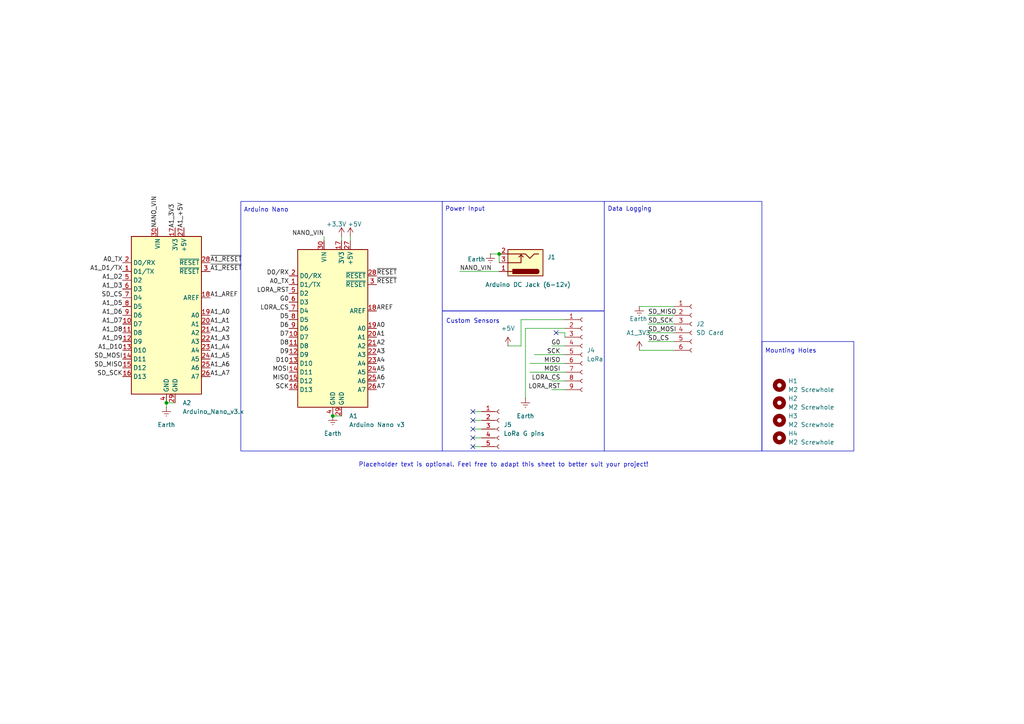
<source format=kicad_sch>
(kicad_sch (version 20250114) (generator "eeschema") (generator_version "9.0")
  (paper "A4")
  (title_block (title "LoRa thingy") (company "StratoScience Lab") (comment 1 "by Logan Caramanna"))
  (lib_symbols
    (symbol "Connector:Barrel_Jack_Switch" (pin_names (hide yes))
      (property "Reference" "J" (at 0 5.334 0))
      (property "Value" "Barrel_Jack_Switch" (at 0 -5.08 0))
      (symbol "Barrel_Jack_Switch_0_1"
        (rectangle (start -5.08 3.81) (end 5.08 -3.81) (stroke (width 0.254)) (fill (type background)))
        (polyline (pts (xy -3.81 -2.54) (xy -2.54 -2.54) (xy -1.27 -1.27) (xy 0 -2.54) (xy 2.54 -2.54) (xy 5.08 -2.54)) (stroke (width 0.254)))
        (arc (start -3.302 1.905) (mid -3.9343 2.54) (end -3.302 3.175) (stroke (width 0.254)))
        (arc (start -3.302 1.905) (mid -3.9343 2.54) (end -3.302 3.175) (stroke (width 0.254)) (fill (type outline)))
        (polyline (pts (xy 1.27 -2.286) (xy 1.905 -1.651)) (stroke (width 0.254)))
        (rectangle (start 3.683 3.175) (end -3.302 1.905) (stroke (width 0.254)) (fill (type outline)))
        (polyline (pts (xy 5.08 2.54) (xy 3.81 2.54)) (stroke (width 0.254)))
        (polyline (pts (xy 5.08 0) (xy 1.27 0) (xy 1.27 -2.286) (xy 0.635 -1.651)) (stroke (width 0.254)))
      )
      (symbol "Barrel_Jack_Switch_1_1"
        (pin passive line (at 7.62 2.54 180) (length 2.54) (name "~") (number "1"))
        (pin passive line (at 7.62 0 180) (length 2.54) (name "~") (number "3"))
        (pin passive line (at 7.62 -2.54 180) (length 2.54) (name "~") (number "2"))
      )
    )
    (symbol "Connector:Conn_01x05_Socket" (pin_names (offset 1.016) (hide yes))
      (property "Reference" "J" (at 0 7.62 0))
      (property "Value" "Conn_01x05_Socket" (at 0 -7.62 0))
      (symbol "Conn_01x05_Socket_1_1"
        (polyline (pts (xy -1.27 5.08) (xy -0.508 5.08)) (stroke (width 0.1524)))
        (polyline (pts (xy -1.27 2.54) (xy -0.508 2.54)) (stroke (width 0.1524)))
        (polyline (pts (xy -1.27 0) (xy -0.508 0)) (stroke (width 0.1524)))
        (polyline (pts (xy -1.27 -2.54) (xy -0.508 -2.54)) (stroke (width 0.1524)))
        (polyline (pts (xy -1.27 -5.08) (xy -0.508 -5.08)) (stroke (width 0.1524)))
        (arc (start 0 4.572) (mid -0.5058 5.08) (end 0 5.588) (stroke (width 0.1524)))
        (arc (start 0 2.032) (mid -0.5058 2.54) (end 0 3.048) (stroke (width 0.1524)))
        (arc (start 0 -0.508) (mid -0.5058 0) (end 0 0.508) (stroke (width 0.1524)))
        (arc (start 0 -3.048) (mid -0.5058 -2.54) (end 0 -2.032) (stroke (width 0.1524)))
        (arc (start 0 -5.588) (mid -0.5058 -5.08) (end 0 -4.572) (stroke (width 0.1524)))
        (pin passive line (at -5.08 5.08 0) (length 3.81) (name "Pin_1") (number "1"))
        (pin passive line (at -5.08 2.54 0) (length 3.81) (name "Pin_2") (number "2"))
        (pin passive line (at -5.08 0 0) (length 3.81) (name "Pin_3") (number "3"))
        (pin passive line (at -5.08 -2.54 0) (length 3.81) (name "Pin_4") (number "4"))
        (pin passive line (at -5.08 -5.08 0) (length 3.81) (name "Pin_5") (number "5"))
      )
    )
    (symbol "Connector:Conn_01x06_Socket" (pin_names (offset 1.016) (hide yes))
      (property "Reference" "J" (at 0 7.62 0))
      (property "Value" "Conn_01x06_Socket" (at 0 -10.16 0))
      (symbol "Conn_01x06_Socket_1_1"
        (polyline (pts (xy -1.27 5.08) (xy -0.508 5.08)) (stroke (width 0.1524)))
        (polyline (pts (xy -1.27 2.54) (xy -0.508 2.54)) (stroke (width 0.1524)))
        (polyline (pts (xy -1.27 0) (xy -0.508 0)) (stroke (width 0.1524)))
        (polyline (pts (xy -1.27 -2.54) (xy -0.508 -2.54)) (stroke (width 0.1524)))
        (polyline (pts (xy -1.27 -5.08) (xy -0.508 -5.08)) (stroke (width 0.1524)))
        (polyline (pts (xy -1.27 -7.62) (xy -0.508 -7.62)) (stroke (width 0.1524)))
        (arc (start 0 4.572) (mid -0.5058 5.08) (end 0 5.588) (stroke (width 0.1524)))
        (arc (start 0 2.032) (mid -0.5058 2.54) (end 0 3.048) (stroke (width 0.1524)))
        (arc (start 0 -0.508) (mid -0.5058 0) (end 0 0.508) (stroke (width 0.1524)))
        (arc (start 0 -3.048) (mid -0.5058 -2.54) (end 0 -2.032) (stroke (width 0.1524)))
        (arc (start 0 -5.588) (mid -0.5058 -5.08) (end 0 -4.572) (stroke (width 0.1524)))
        (arc (start 0 -8.128) (mid -0.5058 -7.62) (end 0 -7.112) (stroke (width 0.1524)))
        (pin passive line (at -5.08 5.08 0) (length 3.81) (name "Pin_1") (number "1"))
        (pin passive line (at -5.08 2.54 0) (length 3.81) (name "Pin_2") (number "2"))
        (pin passive line (at -5.08 0 0) (length 3.81) (name "Pin_3") (number "3"))
        (pin passive line (at -5.08 -2.54 0) (length 3.81) (name "Pin_4") (number "4"))
        (pin passive line (at -5.08 -5.08 0) (length 3.81) (name "Pin_5") (number "5"))
        (pin passive line (at -5.08 -7.62 0) (length 3.81) (name "Pin_6") (number "6"))
      )
    )
    (symbol "Connector:Conn_01x09_Socket" (pin_names (offset 1.016) (hide yes))
      (property "Reference" "J" (at 0 12.7 0))
      (property "Value" "Conn_01x09_Socket" (at 0 -12.7 0))
      (symbol "Conn_01x09_Socket_1_1"
        (polyline (pts (xy -1.27 10.16) (xy -0.508 10.16)) (stroke (width 0.1524)))
        (polyline (pts (xy -1.27 7.62) (xy -0.508 7.62)) (stroke (width 0.1524)))
        (polyline (pts (xy -1.27 5.08) (xy -0.508 5.08)) (stroke (width 0.1524)))
        (polyline (pts (xy -1.27 2.54) (xy -0.508 2.54)) (stroke (width 0.1524)))
        (polyline (pts (xy -1.27 0) (xy -0.508 0)) (stroke (width 0.1524)))
        (polyline (pts (xy -1.27 -2.54) (xy -0.508 -2.54)) (stroke (width 0.1524)))
        (polyline (pts (xy -1.27 -5.08) (xy -0.508 -5.08)) (stroke (width 0.1524)))
        (polyline (pts (xy -1.27 -7.62) (xy -0.508 -7.62)) (stroke (width 0.1524)))
        (polyline (pts (xy -1.27 -10.16) (xy -0.508 -10.16)) (stroke (width 0.1524)))
        (arc (start 0 9.652) (mid -0.5058 10.16) (end 0 10.668) (stroke (width 0.1524)))
        (arc (start 0 7.112) (mid -0.5058 7.62) (end 0 8.128) (stroke (width 0.1524)))
        (arc (start 0 4.572) (mid -0.5058 5.08) (end 0 5.588) (stroke (width 0.1524)))
        (arc (start 0 2.032) (mid -0.5058 2.54) (end 0 3.048) (stroke (width 0.1524)))
        (arc (start 0 -0.508) (mid -0.5058 0) (end 0 0.508) (stroke (width 0.1524)))
        (arc (start 0 -3.048) (mid -0.5058 -2.54) (end 0 -2.032) (stroke (width 0.1524)))
        (arc (start 0 -5.588) (mid -0.5058 -5.08) (end 0 -4.572) (stroke (width 0.1524)))
        (arc (start 0 -8.128) (mid -0.5058 -7.62) (end 0 -7.112) (stroke (width 0.1524)))
        (arc (start 0 -10.668) (mid -0.5058 -10.16) (end 0 -9.652) (stroke (width 0.1524)))
        (pin passive line (at -5.08 10.16 0) (length 3.81) (name "Pin_1") (number "1"))
        (pin passive line (at -5.08 7.62 0) (length 3.81) (name "Pin_2") (number "2"))
        (pin passive line (at -5.08 5.08 0) (length 3.81) (name "Pin_3") (number "3"))
        (pin passive line (at -5.08 2.54 0) (length 3.81) (name "Pin_4") (number "4"))
        (pin passive line (at -5.08 0 0) (length 3.81) (name "Pin_5") (number "5"))
        (pin passive line (at -5.08 -2.54 0) (length 3.81) (name "Pin_6") (number "6"))
        (pin passive line (at -5.08 -5.08 0) (length 3.81) (name "Pin_7") (number "7"))
        (pin passive line (at -5.08 -7.62 0) (length 3.81) (name "Pin_8") (number "8"))
        (pin passive line (at -5.08 -10.16 0) (length 3.81) (name "Pin_9") (number "9"))
      )
    )
    (symbol "MCU_Module:Arduino_Nano_v3.x"
      (property "Reference" "A" (at -10.16 23.495 0))
      (property "Value" "Arduino_Nano_v3.x" (at 5.08 -24.13 0))
      (symbol "Arduino_Nano_v3.x_0_1"
        (rectangle (start -10.16 22.86) (end 10.16 -22.86) (stroke (width 0.254)) (fill (type background)))
      )
      (symbol "Arduino_Nano_v3.x_1_1"
        (pin bidirectional line (at -12.7 15.24 0) (length 2.54) (name "D0/RX") (number "2"))
        (pin bidirectional line (at -12.7 12.7 0) (length 2.54) (name "D1/TX") (number "1"))
        (pin bidirectional line (at -12.7 10.16 0) (length 2.54) (name "D2") (number "5"))
        (pin bidirectional line (at -12.7 7.62 0) (length 2.54) (name "D3") (number "6"))
        (pin bidirectional line (at -12.7 5.08 0) (length 2.54) (name "D4") (number "7"))
        (pin bidirectional line (at -12.7 2.54 0) (length 2.54) (name "D5") (number "8"))
        (pin bidirectional line (at -12.7 0 0) (length 2.54) (name "D6") (number "9"))
        (pin bidirectional line (at -12.7 -2.54 0) (length 2.54) (name "D7") (number "10"))
        (pin bidirectional line (at -12.7 -5.08 0) (length 2.54) (name "D8") (number "11"))
        (pin bidirectional line (at -12.7 -7.62 0) (length 2.54) (name "D9") (number "12"))
        (pin bidirectional line (at -12.7 -10.16 0) (length 2.54) (name "D10") (number "13"))
        (pin bidirectional line (at -12.7 -12.7 0) (length 2.54) (name "D11") (number "14"))
        (pin bidirectional line (at -12.7 -15.24 0) (length 2.54) (name "D12") (number "15"))
        (pin bidirectional line (at -12.7 -17.78 0) (length 2.54) (name "D13") (number "16"))
        (pin power_in line (at -2.54 25.4 270) (length 2.54) (name "VIN") (number "30"))
        (pin power_in line (at 0 -25.4 90) (length 2.54) (name "GND") (number "4"))
        (pin power_out line (at 2.54 25.4 270) (length 2.54) (name "3V3") (number "17"))
        (pin power_in line (at 2.54 -25.4 90) (length 2.54) (name "GND") (number "29"))
        (pin power_out line (at 5.08 25.4 270) (length 2.54) (name "+5V") (number "27"))
        (pin input line (at 12.7 15.24 180) (length 2.54) (name "~{RESET}") (number "28"))
        (pin input line (at 12.7 12.7 180) (length 2.54) (name "~{RESET}") (number "3"))
        (pin input line (at 12.7 5.08 180) (length 2.54) (name "AREF") (number "18"))
        (pin bidirectional line (at 12.7 0 180) (length 2.54) (name "A0") (number "19"))
        (pin bidirectional line (at 12.7 -2.54 180) (length 2.54) (name "A1") (number "20"))
        (pin bidirectional line (at 12.7 -5.08 180) (length 2.54) (name "A2") (number "21"))
        (pin bidirectional line (at 12.7 -7.62 180) (length 2.54) (name "A3") (number "22"))
        (pin bidirectional line (at 12.7 -10.16 180) (length 2.54) (name "A4") (number "23"))
        (pin bidirectional line (at 12.7 -12.7 180) (length 2.54) (name "A5") (number "24"))
        (pin bidirectional line (at 12.7 -15.24 180) (length 2.54) (name "A6") (number "25"))
        (pin bidirectional line (at 12.7 -17.78 180) (length 2.54) (name "A7") (number "26"))
      )
    )
    (symbol "Mechanical:MountingHole" (pin_names (offset 1.016)) (exclude_from_sim yes) (in_bom no)
      (property "Reference" "H" (at 0 5.08 0))
      (property "Value" "MountingHole" (at 0 3.175 0))
      (symbol "MountingHole_0_1"
        (circle (center 0 0) (radius 1.27) (stroke (width 1.27)))
      )
    )
    (symbol "power:+3.3V" (power) (pin_numbers (hide yes)) (pin_names (offset 0) (hide yes))
      (property "Value" "+3.3V" (at 0 3.556 0))
      (symbol "+3.3V_0_1"
        (polyline (pts (xy -0.762 1.27) (xy 0 2.54)))
        (polyline (pts (xy 0 2.54) (xy 0.762 1.27)))
        (polyline (pts (xy 0 0) (xy 0 2.54)))
      )
      (symbol "+3.3V_1_1"
        (pin power_in line (at 0 0 90) (length 0) (name "~") (number "1"))
      )
    )
    (symbol "power:+5V" (power) (pin_numbers (hide yes)) (pin_names (offset 0) (hide yes))
      (property "Value" "+5V" (at 0 3.556 0))
      (symbol "+5V_0_1"
        (polyline (pts (xy -0.762 1.27) (xy 0 2.54)))
        (polyline (pts (xy 0 2.54) (xy 0.762 1.27)))
        (polyline (pts (xy 0 0) (xy 0 2.54)))
      )
      (symbol "+5V_1_1"
        (pin power_in line (at 0 0 90) (length 0) (name "~") (number "1"))
      )
    )
    (symbol "power:Earth" (power) (pin_numbers (hide yes)) (pin_names (offset 0) (hide yes))
      (property "Value" "Earth" (at 0 -3.81 0))
      (symbol "Earth_0_1"
        (polyline (pts (xy -0.635 -1.905) (xy 0.635 -1.905)))
        (polyline (pts (xy -0.127 -2.54) (xy 0.127 -2.54)))
        (polyline (pts (xy 0 -1.27) (xy 0 0)))
        (polyline (pts (xy 1.27 -1.27) (xy -1.27 -1.27)))
      )
      (symbol "Earth_1_1"
        (pin power_in line (at 0 0 270) (length 0) (name "~") (number "1"))
      )
    )
  )
  (rectangle (start 175.26 58.42) (end 220.98 130.81))
  (rectangle (start 220.98 99.06) (end 247.65 130.81))
  (rectangle (start 128.27 58.42) (end 175.26 90.17))
  (rectangle (start 128.27 90.17) (end 175.26 130.81))
  (rectangle (start 69.85 58.42) (end 128.27 130.81))
  (text "Data Logging" (at 182.626 60.706 0) (effects (font (size 1.27 1.27))))
  (text "Custom Sensors" (at 137.16 93.218 0) (effects (font (size 1.27 1.27))))
  (text "Power Input" (at 134.874 60.706 0) (effects (font (size 1.27 1.27))))
  (text "Arduino Nano" (at 77.216 60.96 0) (effects (font (size 1.27 1.27))))
  (text "Placeholder text is optional. Feel free to adapt this sheet to better suit your project!" (at 146.05 134.874 0) (effects (font (size 1.27 1.27))))
  (text "Mounting Holes" (at 229.362 101.854 0) (effects (font (size 1.27 1.27))))
  (junction (at 96.52 120.65))
  (junction (at 48.26 116.84))
  (junction (at 144.78 73.66))
  (no_connect (at 137.16 121.92))
  (no_connect (at 137.16 124.46))
  (no_connect (at 137.16 119.38))
  (no_connect (at 137.16 127))
  (no_connect (at 161.29 96.52))
  (no_connect (at 137.16 129.54))
  (wire (pts (xy 187.96 91.44) (xy 195.58 91.44)))
  (wire (pts (xy 153.67 105.41) (xy 163.83 105.41)))
  (wire (pts (xy 187.96 96.52) (xy 195.58 96.52)))
  (wire (pts (xy 153.67 107.95) (xy 163.83 107.95)))
  (wire (pts (xy 154.94 102.87) (xy 163.83 102.87)))
  (wire (pts (xy 185.42 101.6) (xy 195.58 101.6)))
  (wire (pts (xy 93.98 68.58) (xy 93.98 69.85)))
  (wire (pts (xy 99.06 68.58) (xy 99.06 69.85)))
  (wire (pts (xy 161.29 96.52) (xy 163.83 96.52)))
  (wire (pts (xy 151.13 92.71) (xy 151.13 100.33)))
  (wire (pts (xy 48.26 116.84) (xy 50.8 116.84)))
  (wire (pts (xy 160.02 110.49) (xy 163.83 110.49)))
  (wire (pts (xy 137.16 127) (xy 139.7 127)))
  (wire (pts (xy 137.16 124.46) (xy 139.7 124.46)))
  (wire (pts (xy 187.96 93.98) (xy 195.58 93.98)))
  (wire (pts (xy 163.83 92.71) (xy 151.13 92.71)))
  (wire (pts (xy 96.52 120.65) (xy 99.06 120.65)))
  (wire (pts (xy 160.02 100.33) (xy 163.83 100.33)))
  (wire (pts (xy 144.78 73.66) (xy 144.78 76.2)))
  (wire (pts (xy 137.16 129.54) (xy 139.7 129.54)))
  (wire (pts (xy 163.83 95.25) (xy 152.4 95.25)))
  (wire (pts (xy 187.96 99.06) (xy 195.58 99.06)))
  (wire (pts (xy 160.02 113.03) (xy 163.83 113.03)))
  (wire (pts (xy 163.83 96.52) (xy 163.83 97.79)))
  (wire (pts (xy 137.16 121.92) (xy 139.7 121.92)))
  (wire (pts (xy 133.35 78.74) (xy 144.78 78.74)))
  (wire (pts (xy 142.24 73.66) (xy 144.78 73.66)))
  (wire (pts (xy 137.16 119.38) (xy 139.7 119.38)))
  (wire (pts (xy 152.4 95.25) (xy 152.4 115.57)))
  (wire (pts (xy 101.6 68.58) (xy 101.6 69.85)))
  (wire (pts (xy 185.42 88.9) (xy 195.58 88.9)))
  (wire (pts (xy 151.13 100.33) (xy 147.32 100.33)))
  (wire (pts (xy 48.26 116.84) (xy 48.26 118.11)))
  (label "D0/RX" (at 83.82 80.01 180))
  (label "A1_AREF" (at 60.96 86.36 0))
  (label "D9" (at 83.82 102.87 180))
  (label "A1" (at 109.22 97.79 0))
  (label "SD_MOSI" (at 187.96 96.52 0))
  (label "A0_TX" (at 83.82 82.55 180))
  (label "A1_+5V" (at 53.34 66.04 90))
  (label "LORA_CS" (at 83.82 90.17 180))
  (label "A1_D8" (at 35.56 96.52 180))
  (label "SCK" (at 162.56 102.87 180))
  (label "A1_D9" (at 35.56 99.06 180))
  (label "LORA_RST" (at 162.56 113.03 180))
  (label "~{RESET}" (at 109.22 80.01 0))
  (label "A1_D6" (at 35.56 91.44 180))
  (label "A1_A1" (at 60.96 93.98 0))
  (label "A1_A7" (at 60.96 109.22 0))
  (label "A1_3V3" (at 50.8 66.04 90))
  (label "SD_CS" (at 35.56 86.36 180))
  (label "A0_TX" (at 35.56 76.2 180))
  (label "MOSI" (at 162.56 107.95 180))
  (label "SD_CS" (at 187.96 99.06 0))
  (label "A1_A0" (at 60.96 91.44 0))
  (label "SD_SCK" (at 35.56 109.22 180))
  (label "A1_A4" (at 60.96 101.6 0))
  (label "A6" (at 109.22 110.49 0))
  (label "A4" (at 109.22 105.41 0))
  (label "SD_MOSI" (at 35.56 104.14 180))
  (label "D10" (at 83.82 105.41 180))
  (label "NANO_VIN" (at 45.72 66.04 90))
  (label "A1_A5" (at 60.96 104.14 0))
  (label "LORA_RST" (at 83.82 85.09 180))
  (label "SD_SCK" (at 187.96 93.98 0))
  (label "A2" (at 109.22 100.33 0))
  (label "NANO_VIN" (at 133.35 78.74 0))
  (label "A7" (at 109.22 113.03 0))
  (label "D7" (at 83.82 97.79 180))
  (label "SD_MISO" (at 35.56 106.68 180))
  (label "A1_D2" (at 35.56 81.28 180))
  (label "MISO" (at 162.56 105.41 180))
  (label "AREF" (at 109.22 90.17 0))
  (label "D5" (at 83.82 92.71 180))
  (label "A1_A6" (at 60.96 106.68 0))
  (label "~{A1_RESET}" (at 60.96 76.2 0))
  (label "A3" (at 109.22 102.87 0))
  (label "A5" (at 109.22 107.95 0))
  (label "MOSI" (at 83.82 107.95 180))
  (label "A1_D7" (at 35.56 93.98 180))
  (label "G0" (at 83.82 87.63 180))
  (label "A1_A3" (at 60.96 99.06 0))
  (label "D8" (at 83.82 100.33 180))
  (label "A1_D10" (at 35.56 101.6 180))
  (label "A1_A2" (at 60.96 96.52 0))
  (label "NANO_VIN" (at 93.98 68.58 180))
  (label "A1_D1{slash}TX" (at 35.56 78.74 180))
  (label "A0" (at 109.22 95.25 0))
  (label "MISO" (at 83.82 110.49 180))
  (label "A1_D3" (at 35.56 83.82 180))
  (label "LORA_CS" (at 162.56 110.49 180))
  (label "D6" (at 83.82 95.25 180))
  (label "~{RESET}" (at 109.22 82.55 0))
  (label "A1_D5" (at 35.56 88.9 180))
  (label "SCK" (at 83.82 113.03 180))
  (label "~{A1_RESET}" (at 60.96 78.74 0))
  (label "G0" (at 162.56 100.33 180))
  (label "SD_MISO" (at 187.96 91.44 0))
  (symbol (lib_id "Mechanical:MountingHole") (at 226.06 121.92 0) (unit 1) (exclude_from_sim yes) (in_bom no)
    (property "Reference" "H3" (at 228.6 120.6499 0) (effects (justify left)))
    (property "Value" "M2 Screwhole" (at 228.6 123.1899 0) (effects (justify left)))
    (property "Footprint" "MountingHole:MountingHole_2.2mm_M2" (effects (hide yes)))
    (property "Description" "Mounting Hole without connection" (effects (hide yes)))
  )
  (symbol (lib_id "Connector:Conn_01x09_Socket") (at 168.91 102.87 0) (unit 1)
    (property "Reference" "J4" (at 170.18 101.5999 0) (effects (justify left)))
    (property "Value" "LoRa" (at 170.18 104.1399 0) (effects (justify left)))
    (property "Footprint" "Connector_PinHeader_2.54mm:PinHeader_1x09_P2.54mm_Vertical" (effects (hide yes)))
    (property "Description" "Generic connector, single row, 01x09, script generated" (effects (hide yes)))
  )
  (symbol (lib_id "power:+5V") (at 147.32 100.33 0) (unit 1)
    (property "Reference" "#PWR08" (effects (hide yes)))
    (property "Value" "+5V" (at 147.32 95.25 0))
    (property "Description" "Power symbol creates a global label with name \"+5V\"" (effects (hide yes)))
  )
  (symbol (lib_id "Connector:Barrel_Jack_Switch") (at 152.4 76.2 180) (unit 1)
    (property "Reference" "J1" (at 158.75 74.5743 0) (effects (justify right)))
    (property "Value" "Arduino DC Jack (6-12v)" (at 140.716 82.55 0) (effects (justify right)))
    (property "Footprint" "Connector_BarrelJack:BarrelJack_GCT_DCJ200-10-A_Horizontal" (effects (hide yes)))
    (property "Description" "DC Barrel Jack with an internal switch" (effects (hide yes)))
  )
  (symbol (lib_id "Mechanical:MountingHole") (at 226.06 111.76 0) (unit 1) (exclude_from_sim yes) (in_bom no)
    (property "Reference" "H1" (at 228.6 110.4899 0) (effects (justify left)))
    (property "Value" "M2 Screwhole" (at 228.6 113.0299 0) (effects (justify left)))
    (property "Footprint" "MountingHole:MountingHole_2.2mm_M2" (effects (hide yes)))
    (property "Description" "Mounting Hole without connection" (effects (hide yes)))
  )
  (symbol (lib_id "power:Earth") (at 185.42 88.9 0) (unit 1)
    (property "Reference" "#PWR05" (effects (hide yes)))
    (property "Value" "Earth" (at 185.166 92.456 0))
    (property "Description" "Power symbol creates a global label with name \"Earth\"" (effects (hide yes)))
  )
  (symbol (lib_id "Mechanical:MountingHole") (at 226.06 116.84 0) (unit 1) (exclude_from_sim yes) (in_bom no)
    (property "Reference" "H2" (at 228.6 115.5699 0) (effects (justify left)))
    (property "Value" "M2 Screwhole" (at 228.6 118.1099 0) (effects (justify left)))
    (property "Footprint" "MountingHole:MountingHole_2.2mm_M2" (effects (hide yes)))
    (property "Description" "Mounting Hole without connection" (effects (hide yes)))
  )
  (symbol (lib_id "power:+3.3V") (at 99.06 68.58 0) (unit 1)
    (property "Reference" "#PWR03" (effects (hide yes)))
    (property "Value" "+3.3V" (at 97.536 65.024 0))
    (property "Description" "Power symbol creates a global label with name \"+3.3V\"" (effects (hide yes)))
  )
  (symbol (lib_id "power:Earth") (at 96.52 120.65 0) (unit 1)
    (property "Reference" "#PWR01" (effects (hide yes)))
    (property "Value" "Earth" (at 96.52 125.73 0))
    (property "Description" "Power symbol creates a global label with name \"Earth\"" (effects (hide yes)))
  )
  (symbol (lib_id "MCU_Module:Arduino_Nano_v3.x") (at 96.52 95.25 0) (unit 1)
    (property "Reference" "A1" (at 101.2541 120.65 0) (effects (justify left)))
    (property "Value" "Arduino Nano v3" (at 101.2541 123.19 0) (effects (justify left)))
    (property "Footprint" "Module:Arduino_Nano" (effects (hide yes)))
    (property "Datasheet" "http://www.mouser.com/pdfdocs/Gravitech_Arduino_Nano3_0.pdf" (effects (hide yes)))
    (property "Description" "Arduino Nano v3.x" (effects (hide yes)))
  )
  (symbol (lib_id "Connector:Conn_01x06_Socket") (at 200.66 93.98 0) (unit 1)
    (property "Reference" "J2" (at 201.93 93.9799 0) (effects (justify left)))
    (property "Value" "SD Card" (at 201.93 96.5199 0) (effects (justify left)))
    (property "Footprint" "Connector_PinHeader_2.54mm:PinHeader_1x06_P2.54mm_Vertical" (effects (hide yes)))
    (property "Description" "Generic connector, single row, 01x06, script generated" (effects (hide yes)))
  )
  (symbol (lib_id "power:Earth") (at 152.4 115.57 0) (unit 1)
    (property "Reference" "#PWR07" (effects (hide yes)))
    (property "Value" "Earth" (at 152.4 120.65 0))
    (property "Description" "Power symbol creates a global label with name \"Earth\"" (effects (hide yes)))
  )
  (symbol (lib_id "Connector:Conn_01x05_Socket") (at 144.78 124.46 0) (unit 1)
    (property "Reference" "J5" (at 146.05 123.1899 0) (effects (justify left)))
    (property "Value" "LoRa G pins" (at 146.05 125.7299 0) (effects (justify left)))
    (property "Footprint" "Connector_PinHeader_2.54mm:PinHeader_1x05_P2.54mm_Vertical" (effects (hide yes)))
    (property "Description" "Generic connector, single row, 01x05, script generated" (effects (hide yes)))
  )
  (symbol (lib_id "power:+3.3V") (at 185.42 101.6 0) (unit 1)
    (property "Reference" "#PWR06" (effects (hide yes)))
    (property "Value" "A1_3V3" (at 185.166 96.52 0))
    (property "Description" "Power symbol creates a global label with name \"+3.3V\"" (effects (hide yes)))
  )
  (symbol (lib_id "power:Earth") (at 48.26 118.11 0) (unit 1)
    (property "Reference" "#PWR09" (effects (hide yes)))
    (property "Value" "Earth" (at 48.26 123.19 0))
    (property "Description" "Power symbol creates a global label with name \"Earth\"" (effects (hide yes)))
  )
  (symbol (lib_id "power:Earth") (at 142.24 73.66 0) (unit 1)
    (property "Reference" "#PWR04" (effects (hide yes)))
    (property "Value" "Earth" (at 138.176 75.184 0))
    (property "Description" "Power symbol creates a global label with name \"Earth\"" (effects (hide yes)))
  )
  (symbol (lib_id "Mechanical:MountingHole") (at 226.06 127 0) (unit 1) (exclude_from_sim yes) (in_bom no)
    (property "Reference" "H4" (at 228.6 125.7299 0) (effects (justify left)))
    (property "Value" "M2 Screwhole" (at 228.6 128.2699 0) (effects (justify left)))
    (property "Footprint" "MountingHole:MountingHole_2.2mm_M2" (effects (hide yes)))
    (property "Description" "Mounting Hole without connection" (effects (hide yes)))
  )
  (symbol (lib_id "power:+5V") (at 101.6 68.58 0) (unit 1)
    (property "Reference" "#PWR02" (effects (hide yes)))
    (property "Value" "+5V" (at 102.87 65.024 0))
    (property "Description" "Power symbol creates a global label with name \"+5V\"" (effects (hide yes)))
  )
  (symbol (lib_id "MCU_Module:Arduino_Nano_v3.x") (at 48.26 91.44 0) (unit 1)
    (property "Reference" "A2" (at 52.9433 116.84 0) (effects (justify left)))
    (property "Value" "Arduino_Nano_v3.x" (at 52.9433 119.38 0) (effects (justify left)))
    (property "Footprint" "Module:Arduino_Nano" (effects (hide yes)))
    (property "Datasheet" "http://www.mouser.com/pdfdocs/Gravitech_Arduino_Nano3_0.pdf" (effects (hide yes)))
    (property "Description" "Arduino Nano v3.x" (effects (hide yes)))
  )
)
</source>
